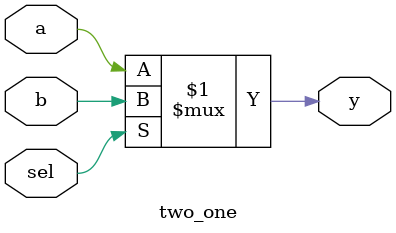
<source format=v>

module two_one (
    input wire a, b, sel,  // I/O 
    output wire y          
);
    assign y = sel ? b : a; 
endmodule

/*

Explicit behavior description using case

module mux2to1_case (
    input wire a, b, sel, 
    output reg y
);
    always @* begin
    case (sel)
    1'b0: y = a;
    1'b1: y = b;
    endcase
    end
endmodule

Behavioral description using if-else

module mux2to1_if (
    input wire a, b, sel, 
    output reg y
);
    always @* begin
    if (sel)
    y = b;
    else
    y = a;
    end
endmodule

The multiplexer selects between a and b based on the value of sel
We can write the Boolean expression
y = (a & ~sel) | (b & sel)
This is a minimized SOP (Sum of Products) form, which can easily be derived using the K-map

module mux2to1_logic (
    input wire a, b, sel, 
    output wire y
);
    assign y = (a & ~sel) | (b & sel);
endmodule

*/



</source>
